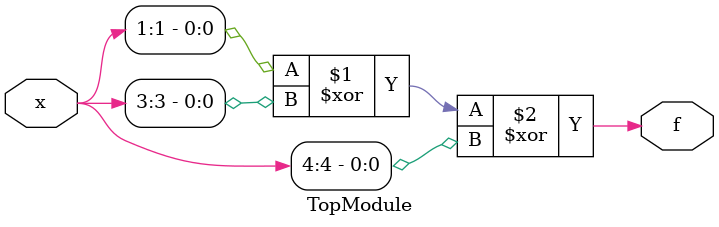
<source format=sv>

module TopModule (
  input [4:1] x,
  output logic f
);

assign f = x[1] ^ x[3] ^ x[4];

endmodule

// VERILOG-EVAL: errant inclusion of module definition

</source>
